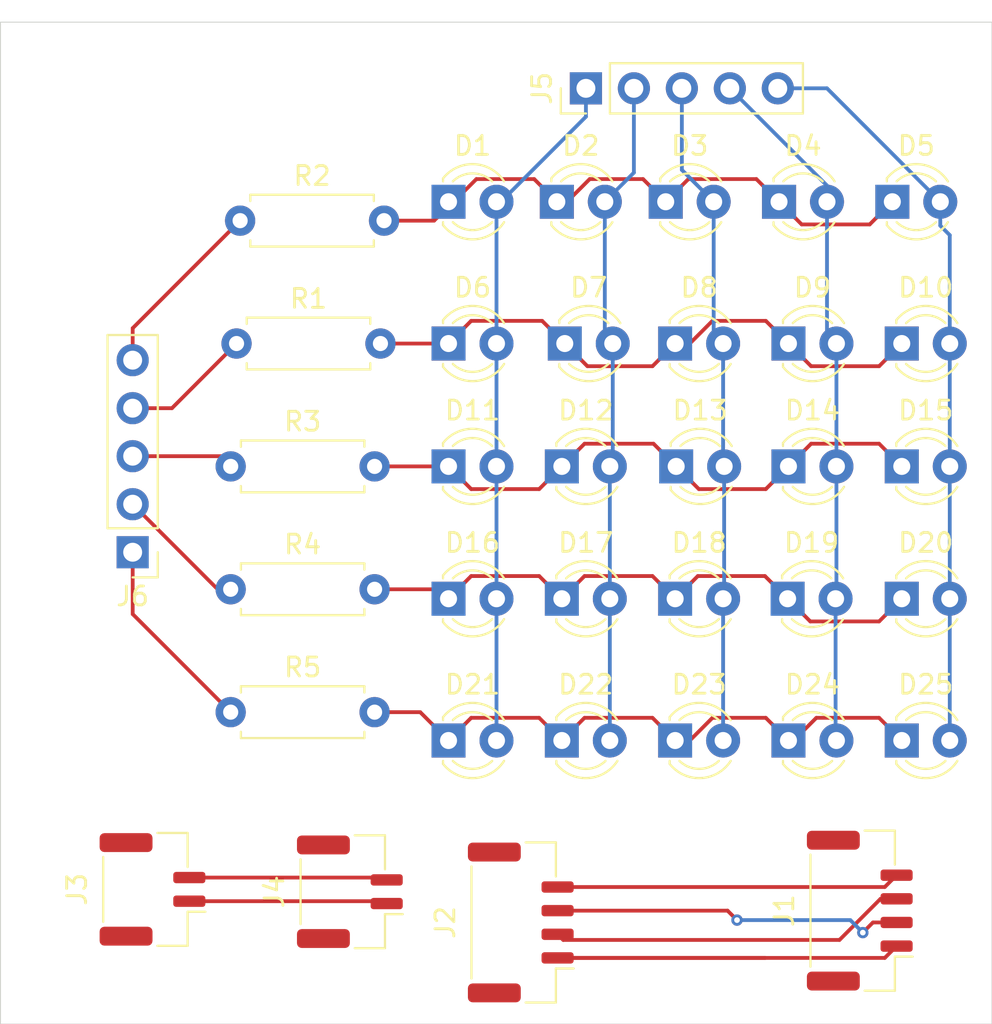
<source format=kicad_pcb>
(kicad_pcb (version 20240108) (generator "pcbnew") (generator_version "8.0")
  (layers (0 "F.Cu" signal) (31 "B.Cu" signal) (34 "B.Paste" user) (35 "F.Paste" user) (36 "B.SilkS" user "B.Silkscreen") (37 "F.SilkS" user "F.Silkscreen") (38 "B.Mask" user) (39 "F.Mask" user) (44 "Edge.Cuts" user))
  (net 0 "")
  (net 1 "Net-(D1-K)")
  (net 2 "Net-(D1-A)")
  (net 3 "Net-(D12-A)")
  (net 4 "Net-(D13-A)")
  (net 5 "Net-(D14-A)")
  (net 6 "Net-(D10-A)")
  (net 7 "Net-(D10-K)")
  (net 8 "Net-(D11-K)")
  (net 9 "Net-(D16-K)")
  (net 10 "Net-(D21-K)")
  (net 11 "/+3V3")
  (net 12 "/GND")
  (net 13 "/TX")
  (net 14 "/RX")
  (net 15 "/CAN_L")
  (net 16 "/CAN_H")
  (net 17 "Net-(J6-Pin_3)")
  (net 18 "Net-(J6-Pin_4)")
  (net 19 "Net-(J6-Pin_5)")
  (net 20 "Net-(J6-Pin_1)")
  (net 21 "Net-(J6-Pin_2)")
  (footprint "LED_THT:LED_D3.0mm" (layer "F.Cu") (at 82.225 64)
    (property "Reference" "D18" (at 1.27 -2.96 0) (layer "F.SilkS"))
    (property "Value" "LED")
    (pad "1" thru_hole rect (at 0 0) (size 1.8 1.8) (drill 0.9) (layers "*.Cu" "*.Mask") (net 9 "Net-(D16-K)"))
    (pad "2" thru_hole circle (at 2.54 0) (size 1.8 1.8) (drill 0.9) (layers "*.Cu" "*.Mask") (net 4 "Net-(D13-A)"))
  )
  (footprint "LED_THT:LED_D3.0mm" (layer "F.Cu") (at 88.225 50.5)
    (property "Reference" "D9" (at 1.27 -2.96 0) (layer "F.SilkS"))
    (property "Value" "LED")
    (pad "1" thru_hole rect (at 0 0) (size 1.8 1.8) (drill 0.9) (layers "*.Cu" "*.Mask") (net 7 "Net-(D10-K)"))
    (pad "2" thru_hole circle (at 2.54 0) (size 1.8 1.8) (drill 0.9) (layers "*.Cu" "*.Mask") (net 5 "Net-(D14-A)"))
  )
  (footprint "LED_THT:LED_D3.0mm" (layer "F.Cu") (at 75.96 43)
    (property "Reference" "D2" (at 1.27 -2.96 0) (layer "F.SilkS"))
    (property "Value" "LED")
    (pad "1" thru_hole rect (at 0 0) (size 1.8 1.8) (drill 0.9) (layers "*.Cu" "*.Mask") (net 1 "Net-(D1-K)"))
    (pad "2" thru_hole circle (at 2.54 0) (size 1.8 1.8) (drill 0.9) (layers "*.Cu" "*.Mask") (net 3 "Net-(D12-A)"))
  )
  (footprint "Resistor_THT:R_Axial_DIN0207_L6.3mm_D2.5mm_P7.62mm_Horizontal" (layer "F.Cu") (at 58.69 57)
    (property "Reference" "R3" (at 3.81 -2.37 0) (layer "F.SilkS"))
    (property "Value" "R_US")
    (pad "1" thru_hole circle (at 0 0) (size 1.6 1.6) (drill 0.8) (layers "*.Cu" "*.Mask") (net 17 "Net-(J6-Pin_3)"))
    (pad "2" thru_hole oval (at 7.62 0) (size 1.6 1.6) (drill 0.8) (layers "*.Cu" "*.Mask") (net 8 "Net-(D11-K)"))
  )
  (footprint "LED_THT:LED_D3.0mm" (layer "F.Cu") (at 94.225 57)
    (property "Reference" "D15" (at 1.27 -2.96 0) (layer "F.SilkS"))
    (property "Value" "LED")
    (pad "1" thru_hole rect (at 0 0) (size 1.8 1.8) (drill 0.9) (layers "*.Cu" "*.Mask") (net 8 "Net-(D11-K)"))
    (pad "2" thru_hole circle (at 2.54 0) (size 1.8 1.8) (drill 0.9) (layers "*.Cu" "*.Mask") (net 6 "Net-(D10-A)"))
  )
  (footprint "Resistor_THT:R_Axial_DIN0207_L6.3mm_D2.5mm_P7.62mm_Horizontal" (layer "F.Cu") (at 58.69 70)
    (property "Reference" "R5" (at 3.81 -2.37 0) (layer "F.SilkS"))
    (property "Value" "R_US")
    (pad "1" thru_hole circle (at 0 0) (size 1.6 1.6) (drill 0.8) (layers "*.Cu" "*.Mask") (net 20 "Net-(J6-Pin_1)"))
    (pad "2" thru_hole oval (at 7.62 0) (size 1.6 1.6) (drill 0.8) (layers "*.Cu" "*.Mask") (net 10 "Net-(D21-K)"))
  )
  (footprint "Connector_PinHeader_2.54mm:PinHeader_1x05_P2.54mm_Vertical" (layer "F.Cu") (at 53.5 61.54 180)
    (property "Reference" "J6" (at 0 -2.33 0) (layer "F.SilkS"))
    (property "Value" "Conn_01x05")
    (pad "1" thru_hole rect (at 0 0 180) (size 1.7 1.7) (drill 1) (layers "*.Cu" "*.Mask") (net 20 "Net-(J6-Pin_1)"))
    (pad "2" thru_hole oval (at 0 2.54 180) (size 1.7 1.7) (drill 1) (layers "*.Cu" "*.Mask") (net 21 "Net-(J6-Pin_2)"))
    (pad "3" thru_hole oval (at 0 5.08 180) (size 1.7 1.7) (drill 1) (layers "*.Cu" "*.Mask") (net 17 "Net-(J6-Pin_3)"))
    (pad "4" thru_hole oval (at 0 7.62 180) (size 1.7 1.7) (drill 1) (layers "*.Cu" "*.Mask") (net 18 "Net-(J6-Pin_4)"))
    (pad "5" thru_hole oval (at 0 10.16 180) (size 1.7 1.7) (drill 1) (layers "*.Cu" "*.Mask") (net 19 "Net-(J6-Pin_5)"))
  )
  (footprint "LED_THT:LED_D3.0mm" (layer "F.Cu") (at 94.225 71.5)
    (property "Reference" "D25" (at 1.27 -2.96 0) (layer "F.SilkS"))
    (property "Value" "LED")
    (pad "1" thru_hole rect (at 0 0) (size 1.8 1.8) (drill 0.9) (layers "*.Cu" "*.Mask") (net 10 "Net-(D21-K)"))
    (pad "2" thru_hole circle (at 2.54 0) (size 1.8 1.8) (drill 0.9) (layers "*.Cu" "*.Mask") (net 6 "Net-(D10-A)"))
  )
  (footprint "Connector_JST:JST_GH_BM04B-GHS-TBT_1x04-1MP_P1.25mm_Vertical" (layer "F.Cu") (at 92 80.5 90)
    (property "Reference" "J1" (at 0 -4 90) (layer "F.SilkS"))
    (property "Value" "Conn_01x04")
    (pad "1" smd roundrect (at -1.875 1.95 90) (size 0.6 1.7) (layers "F.Cu" "F.Paste" "F.Mask") (net 11 "/+3V3"))
    (pad "2" smd roundrect (at -0.625 1.95 90) (size 0.6 1.7) (layers "F.Cu" "F.Paste" "F.Mask") (net 14 "/RX"))
    (pad "3" smd roundrect (at 0.625 1.95 90) (size 0.6 1.7) (layers "F.Cu" "F.Paste" "F.Mask") (net 13 "/TX"))
    (pad "4" smd roundrect (at 1.875 1.95 90) (size 0.6 1.7) (layers "F.Cu" "F.Paste" "F.Mask") (net 12 "/GND"))
    (pad "MP" smd roundrect (at -3.725 -1.4 90) (size 1 2.8) (layers "F.Cu" "F.Paste" "F.Mask"))
    (pad "MP" smd roundrect (at 3.725 -1.4 90) (size 1 2.8) (layers "F.Cu" "F.Paste" "F.Mask"))
  )
  (footprint "Connector_JST:JST_GH_BM02B-GHS-TBT_1x02-1MP_P1.25mm_Vertical" (layer "F.Cu") (at 54.55 79.375 90)
    (property "Reference" "J3" (at 0 -4 90) (layer "F.SilkS"))
    (property "Value" "Conn_01x02")
    (pad "1" smd roundrect (at -0.625 1.95 90) (size 0.6 1.7) (layers "F.Cu" "F.Paste" "F.Mask") (net 16 "/CAN_H"))
    (pad "2" smd roundrect (at 0.625 1.95 90) (size 0.6 1.7) (layers "F.Cu" "F.Paste" "F.Mask") (net 15 "/CAN_L"))
    (pad "MP" smd roundrect (at -2.475 -1.4 90) (size 1 2.8) (layers "F.Cu" "F.Paste" "F.Mask"))
    (pad "MP" smd roundrect (at 2.475 -1.4 90) (size 1 2.8) (layers "F.Cu" "F.Paste" "F.Mask"))
  )
  (footprint "LED_THT:LED_D3.0mm" (layer "F.Cu") (at 70.225 43)
    (property "Reference" "D1" (at 1.27 -2.96 0) (layer "F.SilkS"))
    (property "Value" "LED")
    (pad "1" thru_hole rect (at 0 0) (size 1.8 1.8) (drill 0.9) (layers "*.Cu" "*.Mask") (net 1 "Net-(D1-K)"))
    (pad "2" thru_hole circle (at 2.54 0) (size 1.8 1.8) (drill 0.9) (layers "*.Cu" "*.Mask") (net 2 "Net-(D1-A)"))
  )
  (footprint "Resistor_THT:R_Axial_DIN0207_L6.3mm_D2.5mm_P7.62mm_Horizontal" (layer "F.Cu") (at 59.19 44)
    (property "Reference" "R2" (at 3.81 -2.37 0) (layer "F.SilkS"))
    (property "Value" "R_US")
    (pad "1" thru_hole circle (at 0 0) (size 1.6 1.6) (drill 0.8) (layers "*.Cu" "*.Mask") (net 19 "Net-(J6-Pin_5)"))
    (pad "2" thru_hole oval (at 7.62 0) (size 1.6 1.6) (drill 0.8) (layers "*.Cu" "*.Mask") (net 1 "Net-(D1-K)"))
  )
  (footprint "Resistor_THT:R_Axial_DIN0207_L6.3mm_D2.5mm_P7.62mm_Horizontal" (layer "F.Cu") (at 59 50.5)
    (property "Reference" "R1" (at 3.81 -2.37 0) (layer "F.SilkS"))
    (property "Value" "R_US")
    (pad "1" thru_hole circle (at 0 0) (size 1.6 1.6) (drill 0.8) (layers "*.Cu" "*.Mask") (net 18 "Net-(J6-Pin_4)"))
    (pad "2" thru_hole oval (at 7.62 0) (size 1.6 1.6) (drill 0.8) (layers "*.Cu" "*.Mask") (net 7 "Net-(D10-K)"))
  )
  (footprint "LED_THT:LED_D3.0mm" (layer "F.Cu") (at 76.38 50.5)
    (property "Reference" "D7" (at 1.27 -2.96 0) (layer "F.SilkS"))
    (property "Value" "LED")
    (pad "1" thru_hole rect (at 0 0) (size 1.8 1.8) (drill 0.9) (layers "*.Cu" "*.Mask") (net 7 "Net-(D10-K)"))
    (pad "2" thru_hole circle (at 2.54 0) (size 1.8 1.8) (drill 0.9) (layers "*.Cu" "*.Mask") (net 3 "Net-(D12-A)"))
  )
  (footprint "LED_THT:LED_D3.0mm" (layer "F.Cu") (at 87.725 43)
    (property "Reference" "D4" (at 1.27 -2.96 0) (layer "F.SilkS"))
    (property "Value" "LED")
    (pad "1" thru_hole rect (at 0 0) (size 1.8 1.8) (drill 0.9) (layers "*.Cu" "*.Mask") (net 1 "Net-(D1-K)"))
    (pad "2" thru_hole circle (at 2.54 0) (size 1.8 1.8) (drill 0.9) (layers "*.Cu" "*.Mask") (net 5 "Net-(D14-A)"))
  )
  (footprint "Connector_JST:JST_GH_BM04B-GHS-TBT_1x04-1MP_P1.25mm_Vertical" (layer "F.Cu") (at 74.05 81.125 90)
    (property "Reference" "J2" (at 0 -4 90) (layer "F.SilkS"))
    (property "Value" "Conn_01x04")
    (pad "1" smd roundrect (at -1.875 1.95 90) (size 0.6 1.7) (layers "F.Cu" "F.Paste" "F.Mask") (net 11 "/+3V3"))
    (pad "2" smd roundrect (at -0.625 1.95 90) (size 0.6 1.7) (layers "F.Cu" "F.Paste" "F.Mask") (net 13 "/TX"))
    (pad "3" smd roundrect (at 0.625 1.95 90) (size 0.6 1.7) (layers "F.Cu" "F.Paste" "F.Mask") (net 14 "/RX"))
    (pad "4" smd roundrect (at 1.875 1.95 90) (size 0.6 1.7) (layers "F.Cu" "F.Paste" "F.Mask") (net 12 "/GND"))
    (pad "MP" smd roundrect (at -3.725 -1.4 90) (size 1 2.8) (layers "F.Cu" "F.Paste" "F.Mask"))
    (pad "MP" smd roundrect (at 3.725 -1.4 90) (size 1 2.8) (layers "F.Cu" "F.Paste" "F.Mask"))
  )
  (footprint "Resistor_THT:R_Axial_DIN0207_L6.3mm_D2.5mm_P7.62mm_Horizontal" (layer "F.Cu") (at 58.69 63.5)
    (property "Reference" "R4" (at 3.81 -2.37 0) (layer "F.SilkS"))
    (property "Value" "R_US")
    (pad "1" thru_hole circle (at 0 0) (size 1.6 1.6) (drill 0.8) (layers "*.Cu" "*.Mask") (net 21 "Net-(J6-Pin_2)"))
    (pad "2" thru_hole oval (at 7.62 0) (size 1.6 1.6) (drill 0.8) (layers "*.Cu" "*.Mask") (net 9 "Net-(D16-K)"))
  )
  (footprint "LED_THT:LED_D3.0mm" (layer "F.Cu") (at 70.225 57)
    (property "Reference" "D11" (at 1.27 -2.96 0) (layer "F.SilkS"))
    (property "Value" "LED")
    (pad "1" thru_hole rect (at 0 0) (size 1.8 1.8) (drill 0.9) (layers "*.Cu" "*.Mask") (net 8 "Net-(D11-K)"))
    (pad "2" thru_hole circle (at 2.54 0) (size 1.8 1.8) (drill 0.9) (layers "*.Cu" "*.Mask") (net 2 "Net-(D1-A)"))
  )
  (footprint "LED_THT:LED_D3.0mm" (layer "F.Cu") (at 94.225 64)
    (property "Reference" "D20" (at 1.27 -2.96 0) (layer "F.SilkS"))
    (property "Value" "LED")
    (pad "1" thru_hole rect (at 0 0) (size 1.8 1.8) (drill 0.9) (layers "*.Cu" "*.Mask") (net 9 "Net-(D16-K)"))
    (pad "2" thru_hole circle (at 2.54 0) (size 1.8 1.8) (drill 0.9) (layers "*.Cu" "*.Mask") (net 6 "Net-(D10-A)"))
  )
  (footprint "LED_THT:LED_D3.0mm" (layer "F.Cu") (at 88.225 57)
    (property "Reference" "D14" (at 1.27 -2.96 0) (layer "F.SilkS"))
    (property "Value" "LED")
    (pad "1" thru_hole rect (at 0 0) (size 1.8 1.8) (drill 0.9) (layers "*.Cu" "*.Mask") (net 8 "Net-(D11-K)"))
    (pad "2" thru_hole circle (at 2.54 0) (size 1.8 1.8) (drill 0.9) (layers "*.Cu" "*.Mask") (net 5 "Net-(D14-A)"))
  )
  (footprint "LED_THT:LED_D3.0mm" (layer "F.Cu") (at 76.225 64)
    (property "Reference" "D17" (at 1.27 -2.96 0) (layer "F.SilkS"))
    (property "Value" "LED")
    (pad "1" thru_hole rect (at 0 0) (size 1.8 1.8) (drill 0.9) (layers "*.Cu" "*.Mask") (net 9 "Net-(D16-K)"))
    (pad "2" thru_hole circle (at 2.54 0) (size 1.8 1.8) (drill 0.9) (layers "*.Cu" "*.Mask") (net 3 "Net-(D12-A)"))
  )
  (footprint "Connector_PinHeader_2.54mm:PinHeader_1x05_P2.54mm_Vertical" (layer "F.Cu") (at 77.5 37 90)
    (property "Reference" "J5" (at 0 -2.33 90) (layer "F.SilkS"))
    (property "Value" "Conn_01x05")
    (pad "1" thru_hole rect (at 0 0 90) (size 1.7 1.7) (drill 1) (layers "*.Cu" "*.Mask") (net 2 "Net-(D1-A)"))
    (pad "2" thru_hole oval (at 0 2.54 90) (size 1.7 1.7) (drill 1) (layers "*.Cu" "*.Mask") (net 3 "Net-(D12-A)"))
    (pad "3" thru_hole oval (at 0 5.08 90) (size 1.7 1.7) (drill 1) (layers "*.Cu" "*.Mask") (net 4 "Net-(D13-A)"))
    (pad "4" thru_hole oval (at 0 7.62 90) (size 1.7 1.7) (drill 1) (layers "*.Cu" "*.Mask") (net 5 "Net-(D14-A)"))
    (pad "5" thru_hole oval (at 0 10.16 90) (size 1.7 1.7) (drill 1) (layers "*.Cu" "*.Mask") (net 6 "Net-(D10-A)"))
  )
  (footprint "LED_THT:LED_D3.0mm" (layer "F.Cu") (at 82.28 57)
    (property "Reference" "D13" (at 1.27 -2.96 0) (layer "F.SilkS"))
    (property "Value" "LED")
    (pad "1" thru_hole rect (at 0 0) (size 1.8 1.8) (drill 0.9) (layers "*.Cu" "*.Mask") (net 8 "Net-(D11-K)"))
    (pad "2" thru_hole circle (at 2.54 0) (size 1.8 1.8) (drill 0.9) (layers "*.Cu" "*.Mask") (net 4 "Net-(D13-A)"))
  )
  (footprint "LED_THT:LED_D3.0mm" (layer "F.Cu") (at 94.225 50.5)
    (property "Reference" "D10" (at 1.27 -2.96 0) (layer "F.SilkS"))
    (property "Value" "LED")
    (pad "1" thru_hole rect (at 0 0) (size 1.8 1.8) (drill 0.9) (layers "*.Cu" "*.Mask") (net 7 "Net-(D10-K)"))
    (pad "2" thru_hole circle (at 2.54 0) (size 1.8 1.8) (drill 0.9) (layers "*.Cu" "*.Mask") (net 6 "Net-(D10-A)"))
  )
  (footprint "LED_THT:LED_D3.0mm" (layer "F.Cu") (at 81.725 43)
    (property "Reference" "D3" (at 1.27 -2.96 0) (layer "F.SilkS"))
    (property "Value" "LED")
    (pad "1" thru_hole rect (at 0 0) (size 1.8 1.8) (drill 0.9) (layers "*.Cu" "*.Mask") (net 1 "Net-(D1-K)"))
    (pad "2" thru_hole circle (at 2.54 0) (size 1.8 1.8) (drill 0.9) (layers "*.Cu" "*.Mask") (net 4 "Net-(D13-A)"))
  )
  (footprint "LED_THT:LED_D3.0mm" (layer "F.Cu") (at 88.18 64)
    (property "Reference" "D19" (at 1.27 -2.96 0) (layer "F.SilkS"))
    (property "Value" "LED")
    (pad "1" thru_hole rect (at 0 0) (size 1.8 1.8) (drill 0.9) (layers "*.Cu" "*.Mask") (net 9 "Net-(D16-K)"))
    (pad "2" thru_hole circle (at 2.54 0) (size 1.8 1.8) (drill 0.9) (layers "*.Cu" "*.Mask") (net 5 "Net-(D14-A)"))
  )
  (footprint "LED_THT:LED_D3.0mm" (layer "F.Cu") (at 82.225 50.5)
    (property "Reference" "D8" (at 1.27 -2.96 0) (layer "F.SilkS"))
    (property "Value" "LED")
    (pad "1" thru_hole rect (at 0 0) (size 1.8 1.8) (drill 0.9) (layers "*.Cu" "*.Mask") (net 7 "Net-(D10-K)"))
    (pad "2" thru_hole circle (at 2.54 0) (size 1.8 1.8) (drill 0.9) (layers "*.Cu" "*.Mask") (net 4 "Net-(D13-A)"))
  )
  (footprint "Connector_JST:JST_GH_BM02B-GHS-TBT_1x02-1MP_P1.25mm_Vertical" (layer "F.Cu") (at 65 79.5 90)
    (property "Reference" "J4" (at 0 -4 90) (layer "F.SilkS"))
    (property "Value" "Conn_01x02")
    (pad "1" smd roundrect (at -0.625 1.95 90) (size 0.6 1.7) (layers "F.Cu" "F.Paste" "F.Mask") (net 16 "/CAN_H"))
    (pad "2" smd roundrect (at 0.625 1.95 90) (size 0.6 1.7) (layers "F.Cu" "F.Paste" "F.Mask") (net 15 "/CAN_L"))
    (pad "MP" smd roundrect (at -2.475 -1.4 90) (size 1 2.8) (layers "F.Cu" "F.Paste" "F.Mask"))
    (pad "MP" smd roundrect (at 2.475 -1.4 90) (size 1 2.8) (layers "F.Cu" "F.Paste" "F.Mask"))
  )
  (footprint "LED_THT:LED_D3.0mm" (layer "F.Cu") (at 70.225 71.5)
    (property "Reference" "D21" (at 1.27 -2.96 0) (layer "F.SilkS"))
    (property "Value" "LED")
    (pad "1" thru_hole rect (at 0 0) (size 1.8 1.8) (drill 0.9) (layers "*.Cu" "*.Mask") (net 10 "Net-(D21-K)"))
    (pad "2" thru_hole circle (at 2.54 0) (size 1.8 1.8) (drill 0.9) (layers "*.Cu" "*.Mask") (net 2 "Net-(D1-A)"))
  )
  (footprint "LED_THT:LED_D3.0mm" (layer "F.Cu") (at 93.725 43)
    (property "Reference" "D5" (at 1.27 -2.96 0) (layer "F.SilkS"))
    (property "Value" "LED")
    (pad "1" thru_hole rect (at 0 0) (size 1.8 1.8) (drill 0.9) (layers "*.Cu" "*.Mask") (net 1 "Net-(D1-K)"))
    (pad "2" thru_hole circle (at 2.54 0) (size 1.8 1.8) (drill 0.9) (layers "*.Cu" "*.Mask") (net 6 "Net-(D10-A)"))
  )
  (footprint "LED_THT:LED_D3.0mm" (layer "F.Cu") (at 70.225 50.5)
    (property "Reference" "D6" (at 1.27 -2.96 0) (layer "F.SilkS"))
    (property "Value" "LED")
    (pad "1" thru_hole rect (at 0 0) (size 1.8 1.8) (drill 0.9) (layers "*.Cu" "*.Mask") (net 7 "Net-(D10-K)"))
    (pad "2" thru_hole circle (at 2.54 0) (size 1.8 1.8) (drill 0.9) (layers "*.Cu" "*.Mask") (net 2 "Net-(D1-A)"))
  )
  (footprint "LED_THT:LED_D3.0mm" (layer "F.Cu") (at 76.225 71.5)
    (property "Reference" "D22" (at 1.27 -2.96 0) (layer "F.SilkS"))
    (property "Value" "LED")
    (pad "1" thru_hole rect (at 0 0) (size 1.8 1.8) (drill 0.9) (layers "*.Cu" "*.Mask") (net 10 "Net-(D21-K)"))
    (pad "2" thru_hole circle (at 2.54 0) (size 1.8 1.8) (drill 0.9) (layers "*.Cu" "*.Mask") (net 3 "Net-(D12-A)"))
  )
  (footprint "LED_THT:LED_D3.0mm" (layer "F.Cu") (at 88.225 71.5)
    (property "Reference" "D24" (at 1.27 -2.96 0) (layer "F.SilkS"))
    (property "Value" "LED")
    (pad "1" thru_hole rect (at 0 0) (size 1.8 1.8) (drill 0.9) (layers "*.Cu" "*.Mask") (net 10 "Net-(D21-K)"))
    (pad "2" thru_hole circle (at 2.54 0) (size 1.8 1.8) (drill 0.9) (layers "*.Cu" "*.Mask") (net 5 "Net-(D14-A)"))
  )
  (footprint "LED_THT:LED_D3.0mm" (layer "F.Cu") (at 76.225 57)
    (property "Reference" "D12" (at 1.27 -2.96 0) (layer "F.SilkS"))
    (property "Value" "LED")
    (pad "1" thru_hole rect (at 0 0) (size 1.8 1.8) (drill 0.9) (layers "*.Cu" "*.Mask") (net 8 "Net-(D11-K)"))
    (pad "2" thru_hole circle (at 2.54 0) (size 1.8 1.8) (drill 0.9) (layers "*.Cu" "*.Mask") (net 3 "Net-(D12-A)"))
  )
  (footprint "LED_THT:LED_D3.0mm" (layer "F.Cu") (at 70.225 64)
    (property "Reference" "D16" (at 1.27 -2.96 0) (layer "F.SilkS"))
    (property "Value" "LED")
    (pad "1" thru_hole rect (at 0 0) (size 1.8 1.8) (drill 0.9) (layers "*.Cu" "*.Mask") (net 9 "Net-(D16-K)"))
    (pad "2" thru_hole circle (at 2.54 0) (size 1.8 1.8) (drill 0.9) (layers "*.Cu" "*.Mask") (net 2 "Net-(D1-A)"))
  )
  (footprint "LED_THT:LED_D3.0mm" (layer "F.Cu") (at 82.225 71.5)
    (property "Reference" "D23" (at 1.27 -2.96 0) (layer "F.SilkS"))
    (property "Value" "LED")
    (pad "1" thru_hole rect (at 0 0) (size 1.8 1.8) (drill 0.9) (layers "*.Cu" "*.Mask") (net 10 "Net-(D21-K)"))
    (pad "2" thru_hole circle (at 2.54 0) (size 1.8 1.8) (drill 0.9) (layers "*.Cu" "*.Mask") (net 4 "Net-(D13-A)"))
  )
  (gr_rect (start 46.5 33.5) (end 99 86.5) (stroke (width 0.05)) (fill none) (layer "Edge.Cuts"))
  (segment (start 69.46 44) (end 70.46 43) (width 0.2) (layer "F.Cu") (net 1))
  (segment (start 92.525 44.2) (end 93.725 43) (width 0.2) (layer "F.Cu") (net 1))
  (segment (start 74.76 41.8) (end 75.96 43) (width 0.2) (layer "F.Cu") (net 1))
  (segment (start 70.5 43) (end 71.7 41.8) (width 0.2) (layer "F.Cu") (net 1))
  (segment (start 70.46 43) (end 70.5 43) (width 0.2) (layer "F.Cu") (net 1))
  (segment (start 76.5 43) (end 77.7 41.8) (width 0.2) (layer "F.Cu") (net 1))
  (segment (start 86.525 41.8) (end 87.725 43) (width 0.2) (layer "F.Cu") (net 1))
  (segment (start 80.525 41.8) (end 81.725 43) (width 0.2) (layer "F.Cu") (net 1))
  (segment (start 71.7 41.8) (end 74.76 41.8) (width 0.2) (layer "F.Cu") (net 1))
  (segment (start 75.96 43) (end 76.5 43) (width 0.2) (layer "F.Cu") (net 1))
  (segment (start 77.7 41.8) (end 80.525 41.8) (width 0.2) (layer "F.Cu") (net 1))
  (segment (start 82.925 41.8) (end 86.525 41.8) (width 0.2) (layer "F.Cu") (net 1))
  (segment (start 88.925 44.2) (end 92.525 44.2) (width 0.2) (layer "F.Cu") (net 1))
  (segment (start 81.725 43) (end 82.925 41.8) (width 0.2) (layer "F.Cu") (net 1))
  (segment (start 66.81 44) (end 69.46 44) (width 0.2) (layer "F.Cu") (net 1))
  (segment (start 87.725 43) (end 88.925 44.2) (width 0.2) (layer "F.Cu") (net 1))
  (segment (start 73 43.5) (end 72.765 43.735) (width 0.2) (layer "B.Cu") (net 2))
  (segment (start 77.5 37) (end 77.5 38.5) (width 0.2) (layer "B.Cu") (net 2))
  (segment (start 77.5 38.5) (end 73 43) (width 0.2) (layer "B.Cu") (net 2))
  (segment (start 72.765 56.5) (end 72.765 64) (width 0.2) (layer "B.Cu") (net 2))
  (segment (start 72.765 64) (end 72.765 71.5) (width 0.2) (layer "B.Cu") (net 2))
  (segment (start 72.765 43.735) (end 72.765 50.5) (width 0.2) (layer "B.Cu") (net 2))
  (segment (start 73 43) (end 73 43.5) (width 0.2) (layer "B.Cu") (net 2))
  (segment (start 72.765 50.5) (end 72.765 56.5) (width 0.2) (layer "B.Cu") (net 2))
  (segment (start 78.92 56.345) (end 78.765 56.5) (width 0.2) (layer "B.Cu") (net 3))
  (segment (start 78.92 50.5) (end 78.92 56.345) (width 0.2) (layer "B.Cu") (net 3))
  (segment (start 78.5 43) (end 78.5 50.08) (width 0.2) (layer "B.Cu") (net 3))
  (segment (start 80.04 37) (end 80.04 41.46) (width 0.2) (layer "B.Cu") (net 3))
  (segment (start 80.04 41.46) (end 78.5 43) (width 0.2) (layer "B.Cu") (net 3))
  (segment (start 78.765 56.5) (end 78.765 64) (width 0.2) (layer "B.Cu") (net 3))
  (segment (start 78.765 64) (end 78.765 71.5) (width 0.2) (layer "B.Cu") (net 3))
  (segment (start 78.5 50.08) (end 78.92 50.5) (width 0.2) (layer "B.Cu") (net 3))
  (segment (start 82.58 37) (end 82.58 41.315) (width 0.2) (layer "B.Cu") (net 4))
  (segment (start 84.82 63.945) (end 84.765 64) (width 0.2) (layer "B.Cu") (net 4))
  (segment (start 84.265 50) (end 84.765 50.5) (width 0.2) (layer "B.Cu") (net 4))
  (segment (start 84.265 43) (end 84.265 50) (width 0.2) (layer "B.Cu") (net 4))
  (segment (start 84.82 56.65) (end 84.82 63.945) (width 0.2) (layer "B.Cu") (net 4))
  (segment (start 84.765 50.5) (end 84.765 56.595) (width 0.2) (layer "B.Cu") (net 4))
  (segment (start 84.765 56.595) (end 84.82 56.65) (width 0.2) (layer "B.Cu") (net 4))
  (segment (start 84.765 64) (end 84.765 71.5) (width 0.2) (layer "B.Cu") (net 4))
  (segment (start 82.58 41.315) (end 84.265 43) (width 0.2) (layer "B.Cu") (net 4))
  (segment (start 90.765 50.5) (end 90.765 57) (width 0.2) (layer "B.Cu") (net 5))
  (segment (start 90.265 42.145) (end 90.265 43) (width 0.2) (layer "B.Cu") (net 5))
  (segment (start 90.765 63.955) (end 90.72 64) (width 0.2) (layer "B.Cu") (net 5))
  (segment (start 90.72 71.455) (end 90.765 71.5) (width 0.2) (layer "B.Cu") (net 5))
  (segment (start 85.12 37) (end 90.265 42.145) (width 0.2) (layer "B.Cu") (net 5))
  (segment (start 90.765 57) (end 90.765 63.955) (width 0.2) (layer "B.Cu") (net 5))
  (segment (start 90.265 50) (end 90.765 50.5) (width 0.2) (layer "B.Cu") (net 5))
  (segment (start 90.265 43) (end 90.265 50) (width 0.2) (layer "B.Cu") (net 5))
  (segment (start 90.72 64) (end 90.72 71.455) (width 0.2) (layer "B.Cu") (net 5))
  (segment (start 96.265 43) (end 96.265 44.265) (width 0.2) (layer "B.Cu") (net 6))
  (segment (start 96.765 64) (end 96.765 71.5) (width 0.2) (layer "B.Cu") (net 6))
  (segment (start 96.765 44.765) (end 96.765 50.5) (width 0.2) (layer "B.Cu") (net 6))
  (segment (start 96.265 44.265) (end 96.765 44.765) (width 0.2) (layer "B.Cu") (net 6))
  (segment (start 87.66 37) (end 90.265 37) (width 0.2) (layer "B.Cu") (net 6))
  (segment (start 96.765 57) (end 96.765 64) (width 0.2) (layer "B.Cu") (net 6))
  (segment (start 90.265 37) (end 96.265 43) (width 0.2) (layer "B.Cu") (net 6))
  (segment (start 96.765 50.5) (end 96.765 57) (width 0.2) (layer "B.Cu") (net 6))
  (segment (start 76.38 50.5) (end 77.58 51.7) (width 0.2) (layer "F.Cu") (net 7))
  (segment (start 71.425 49.3) (end 75.18 49.3) (width 0.2) (layer "F.Cu") (net 7))
  (segment (start 75.18 49.3) (end 76.38 50.5) (width 0.2) (layer "F.Cu") (net 7))
  (segment (start 88.225 50.5) (end 89.425 51.7) (width 0.2) (layer "F.Cu") (net 7))
  (segment (start 70.225 50.5) (end 71.425 49.3) (width 0.2) (layer "F.Cu") (net 7))
  (segment (start 83 50.5) (end 84.2 49.3) (width 0.2) (layer "F.Cu") (net 7))
  (segment (start 84.2 49.3) (end 87.025 49.3) (width 0.2) (layer "F.Cu") (net 7))
  (segment (start 82.225 50.5) (end 83 50.5) (width 0.2) (layer "F.Cu") (net 7))
  (segment (start 89.425 51.7) (end 93.025 51.7) (width 0.2) (layer "F.Cu") (net 7))
  (segment (start 77.58 51.7) (end 81.025 51.7) (width 0.2) (layer "F.Cu") (net 7))
  (segment (start 81.025 51.7) (end 82.225 50.5) (width 0.2) (layer "F.Cu") (net 7))
  (segment (start 87.025 49.3) (end 88.225 50.5) (width 0.2) (layer "F.Cu") (net 7))
  (segment (start 93.025 51.7) (end 94.225 50.5) (width 0.2) (layer "F.Cu") (net 7))
  (segment (start 66.62 50.5) (end 70.225 50.5) (width 0.2) (layer "F.Cu") (net 7))
  (segment (start 70.225 57) (end 71.425 58.2) (width 0.2) (layer "F.Cu") (net 8))
  (segment (start 87.025 58.2) (end 88.225 57) (width 0.2) (layer "F.Cu") (net 8))
  (segment (start 66.31 57) (end 70.225 57) (width 0.2) (layer "F.Cu") (net 8))
  (segment (start 71.425 58.2) (end 75.025 58.2) (width 0.2) (layer "F.Cu") (net 8))
  (segment (start 77.425 55.8) (end 81.08 55.8) (width 0.2) (layer "F.Cu") (net 8))
  (segment (start 81.08 55.8) (end 82.28 57) (width 0.2) (layer "F.Cu") (net 8))
  (segment (start 93.025 55.8) (end 94.225 57) (width 0.2) (layer "F.Cu") (net 8))
  (segment (start 89.425 55.8) (end 93.025 55.8) (width 0.2) (layer "F.Cu") (net 8))
  (segment (start 76.225 57) (end 77.425 55.8) (width 0.2) (layer "F.Cu") (net 8))
  (segment (start 82.28 57) (end 83.48 58.2) (width 0.2) (layer "F.Cu") (net 8))
  (segment (start 83.48 58.2) (end 87.025 58.2) (width 0.2) (layer "F.Cu") (net 8))
  (segment (start 88.225 57) (end 89.425 55.8) (width 0.2) (layer "F.Cu") (net 8))
  (segment (start 75.025 58.2) (end 76.225 57) (width 0.2) (layer "F.Cu") (net 8))
  (segment (start 88.18 64) (end 89.38 65.2) (width 0.2) (layer "F.Cu") (net 9))
  (segment (start 83.425 62.8) (end 86.98 62.8) (width 0.2) (layer "F.Cu") (net 9))
  (segment (start 69.725 63.5) (end 70.225 64) (width 0.2) (layer "F.Cu") (net 9))
  (segment (start 86.98 62.8) (end 88.18 64) (width 0.2) (layer "F.Cu") (net 9))
  (segment (start 66.31 63.5) (end 69.725 63.5) (width 0.2) (layer "F.Cu") (net 9))
  (segment (start 70.225 64) (end 71.425 62.8) (width 0.2) (layer "F.Cu") (net 9))
  (segment (start 89.38 65.2) (end 93.025 65.2) (width 0.2) (layer "F.Cu") (net 9))
  (segment (start 76.225 64) (end 77.425 62.8) (width 0.2) (layer "F.Cu") (net 9))
  (segment (start 71.425 62.8) (end 75.025 62.8) (width 0.2) (layer "F.Cu") (net 9))
  (segment (start 82.225 64) (end 83.425 62.8) (width 0.2) (layer "F.Cu") (net 9))
  (segment (start 93.025 65.2) (end 94.225 64) (width 0.2) (layer "F.Cu") (net 9))
  (segment (start 81.025 62.8) (end 82.225 64) (width 0.2) (layer "F.Cu") (net 9))
  (segment (start 75.025 62.8) (end 76.225 64) (width 0.2) (layer "F.Cu") (net 9))
  (segment (start 77.425 62.8) (end 81.025 62.8) (width 0.2) (layer "F.Cu") (net 9))
  (segment (start 81.025 70.3) (end 82.225 71.5) (width 0.2) (layer "F.Cu") (net 10))
  (segment (start 83 71.5) (end 84.2 70.3) (width 0.2) (layer "F.Cu") (net 10))
  (segment (start 70.225 71.5) (end 71.425 70.3) (width 0.2) (layer "F.Cu") (net 10))
  (segment (start 66.31 70) (end 68.725 70) (width 0.2) (layer "F.Cu") (net 10))
  (segment (start 71.425 70.3) (end 75.025 70.3) (width 0.2) (layer "F.Cu") (net 10))
  (segment (start 93.025 70.3) (end 94.225 71.5) (width 0.2) (layer "F.Cu") (net 10))
  (segment (start 76.225 71.5) (end 77.425 70.3) (width 0.2) (layer "F.Cu") (net 10))
  (segment (start 89.7 70.3) (end 93.025 70.3) (width 0.2) (layer "F.Cu") (net 10))
  (segment (start 88.225 71.5) (end 88.5 71.5) (width 0.2) (layer "F.Cu") (net 10))
  (segment (start 84.2 70.3) (end 87.025 70.3) (width 0.2) (layer "F.Cu") (net 10))
  (segment (start 82.225 71.5) (end 83 71.5) (width 0.2) (layer "F.Cu") (net 10))
  (segment (start 88.5 71.5) (end 89.7 70.3) (width 0.2) (layer "F.Cu") (net 10))
  (segment (start 68.725 70) (end 70.225 71.5) (width 0.2) (layer "F.Cu") (net 10))
  (segment (start 75.025 70.3) (end 76.225 71.5) (width 0.2) (layer "F.Cu") (net 10))
  (segment (start 87.025 70.3) (end 88.225 71.5) (width 0.2) (layer "F.Cu") (net 10))
  (segment (start 77.425 70.3) (end 81.025 70.3) (width 0.2) (layer "F.Cu") (net 10))
  (segment (start 76 83) (end 87 83) (width 0.2) (layer "F.Cu") (net 11))
  (segment (start 93.325 83) (end 93.95 82.375) (width 0.2) (layer "F.Cu") (net 11))
  (segment (start 76 83) (end 93.325 83) (width 0.2) (layer "F.Cu") (net 11))
  (segment (start 93.325 79.25) (end 93.95 78.625) (width 0.2) (layer "F.Cu") (net 12))
  (segment (start 76 79.25) (end 93.325 79.25) (width 0.2) (layer "F.Cu") (net 12))
  (segment (start 93.100001 79.875) (end 93.95 79.875) (width 0.2) (layer "F.Cu") (net 13))
  (segment (start 90.925002 82.049999) (end 93.100001 79.875) (width 0.2) (layer "F.Cu") (net 13))
  (segment (start 76.299999 82.049999) (end 90.925002 82.049999) (width 0.2) (layer "F.Cu") (net 13))
  (segment (start 76 81.75) (end 76.299999 82.049999) (width 0.2) (layer "F.Cu") (net 13))
  (segment (start 92.161765 81.661765) (end 92.69853 81.125) (width 0.2) (layer "F.Cu") (net 14))
  (segment (start 76 80.5) (end 85 80.5) (width 0.2) (layer "F.Cu") (net 14))
  (segment (start 85 80.5) (end 85.5 81) (width 0.2) (layer "F.Cu") (net 14))
  (segment (start 92.69853 81.125) (end 93.95 81.125) (width 0.2) (layer "F.Cu") (net 14))
  (via (at 85.5 81) (size 0.6) (drill 0.3) (layers "F.Cu" "B.Cu") (net 14))
  (via (at 92.161765 81.661765) (size 0.6) (drill 0.3) (layers "F.Cu" "B.Cu") (net 14))
  (segment (start 85.5 81) (end 91.5 81) (width 0.2) (layer "B.Cu") (net 14))
  (segment (start 91.5 81) (end 92.161765 81.661765) (width 0.2) (layer "B.Cu") (net 14))
  (segment (start 56.5 78.75) (end 66.825 78.75) (width 0.2) (layer "F.Cu") (net 15))
  (segment (start 66.825 78.75) (end 66.95 78.875) (width 0.2) (layer "F.Cu") (net 15))
  (segment (start 66.825 80) (end 66.95 80.125) (width 0.2) (layer "F.Cu") (net 16))
  (segment (start 56.5 80) (end 66.825 80) (width 0.2) (layer "F.Cu") (net 16))
  (segment (start 58.15 56.46) (end 58.69 57) (width 0.2) (layer "F.Cu") (net 17))
  (segment (start 53.5 56.46) (end 58.15 56.46) (width 0.2) (layer "F.Cu") (net 17))
  (segment (start 53.5 53.92) (end 55.58 53.92) (width 0.2) (layer "F.Cu") (net 18))
  (segment (start 55.58 53.92) (end 59 50.5) (width 0.2) (layer "F.Cu") (net 18))
  (segment (start 53.5 49.69) (end 59.19 44) (width 0.2) (layer "F.Cu") (net 19))
  (segment (start 53.5 51.38) (end 53.5 49.69) (width 0.2) (layer "F.Cu") (net 19))
  (segment (start 53.5 61.54) (end 53.5 64.81) (width 0.2) (layer "F.Cu") (net 20))
  (segment (start 53.5 64.81) (end 58.69 70) (width 0.2) (layer "F.Cu") (net 20))
  (segment (start 53.5 59) (end 58 63.5) (width 0.2) (layer "F.Cu") (net 21))
  (segment (start 58 63.5) (end 58.69 63.5) (width 0.2) (layer "F.Cu") (net 21))
)
</source>
